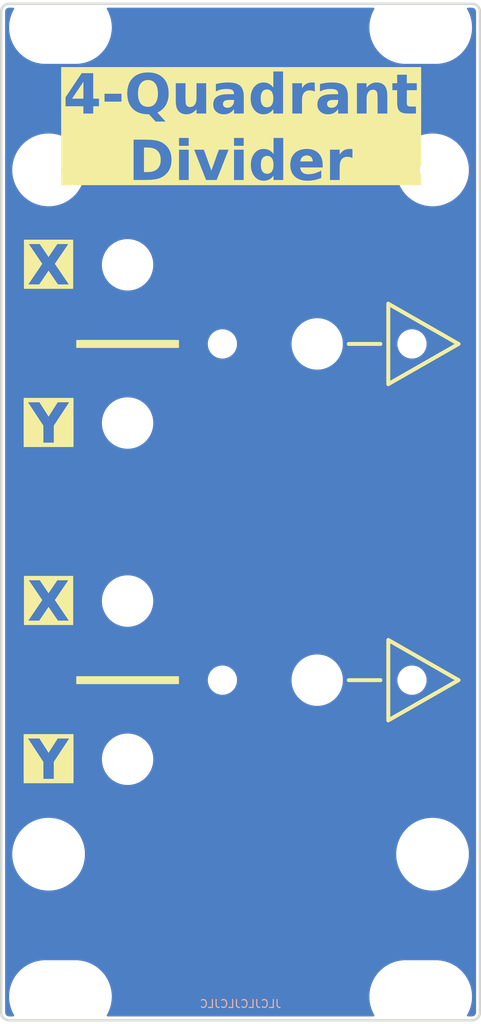
<source format=kicad_pcb>
(kicad_pcb (version 20240108) (generator "pcbnew") (generator_version "8.0")
  (layers (0 "F.Cu" signal) (31 "B.Cu" signal) (34 "B.Paste" user) (35 "F.Paste" user) (36 "B.SilkS" user "B.Silkscreen") (37 "F.SilkS" user "F.Silkscreen") (38 "B.Mask" user) (39 "F.Mask" user) (44 "Edge.Cuts" user))
  (net 0 "")
  (footprint "analog_computing:3.2x7mm_Mounting_Slot" (layer "F.Cu") (at 103.9 53.8)
    (property "Reference" "H5" (hide yes))
    (property "Value" "Rack Mount" (hide yes))
    (pad "" np_thru_hole oval (at 0 0) (size 7 3.2) (drill oval 7 3.2) (layers "F&B.Cu" "*.Mask"))
  )
  (footprint "MountingHole:MountingHole_6mm" (layer "F.Cu") (at 90.8 93.8)
    (property "Reference" "H15" (hide yes))
    (property "Value" "MountingHole")
    (pad "" np_thru_hole circle (at 0 0) (size 6 6) (drill 6) (layers "*.Cu" "*.Mask"))
  )
  (footprint "analog_computing:3.2x7mm_Mounting_Slot" (layer "F.Cu") (at 103.9 176.3)
    (property "Reference" "H10" (hide yes))
    (property "Value" "Rack Mount" (hide yes))
    (pad "" np_thru_hole oval (at 0 0) (size 7 3.2) (drill oval 7 3.2) (layers "F&B.Cu" "*.Mask"))
  )
  (footprint "analog_computing:3.2x7mm_Mounting_Slot" (layer "F.Cu") (at 58.3 53.8)
    (property "Reference" "H2" (hide yes))
    (property "Value" "Rack Mount" (hide yes))
    (pad "" np_thru_hole oval (at 0 0) (size 7 3.2) (drill oval 7 3.2) (layers "F&B.Cu" "*.Mask"))
  )
  (footprint "MountingHole:MountingHole_3.2mm_M3" (layer "F.Cu") (at 105.4 71.8)
    (property "Reference" "H3" (hide yes))
    (property "Value" "Circuit Mount")
    (pad "" np_thru_hole circle (at 0 0) (size 3.2 3.2) (drill 3.2) (layers "*.Cu" "*.Mask"))
  )
  (footprint "MountingHole:MountingHole_6mm" (layer "F.Cu") (at 90.8 136.3)
    (property "Reference" "H18" (hide yes))
    (property "Value" "MountingHole")
    (pad "" np_thru_hole circle (at 0 0) (size 6 6) (drill 6) (layers "*.Cu" "*.Mask"))
  )
  (footprint "MountingHole:MountingHole_6mm" (layer "F.Cu") (at 66.8 103.8)
    (property "Reference" "H14" (hide yes))
    (property "Value" "MountingHole")
    (pad "" np_thru_hole circle (at 0 0) (size 6 6) (drill 6) (layers "*.Cu" "*.Mask"))
  )
  (footprint "MountingHole:MountingHole_6mm" (layer "F.Cu") (at 66.8 146.3)
    (property "Reference" "H17" (hide yes))
    (property "Value" "MountingHole")
    (pad "" np_thru_hole circle (at 0 0) (size 6 6) (drill 6) (layers "*.Cu" "*.Mask"))
  )
  (footprint "MountingHole:MountingHole_6mm" (layer "F.Cu") (at 66.8 126.3)
    (property "Reference" "H16" (hide yes))
    (property "Value" "MountingHole")
    (pad "" np_thru_hole circle (at 0 0) (size 6 6) (drill 6) (layers "*.Cu" "*.Mask"))
  )
  (footprint "analog_computing:3.2x7mm_Mounting_Slot" (layer "F.Cu") (at 58.3 176.3)
    (property "Reference" "H7" (hide yes))
    (property "Value" "Rack Mount" (hide yes))
    (pad "" np_thru_hole oval (at 0 0) (size 7 3.2) (drill oval 7 3.2) (layers "F&B.Cu" "*.Mask"))
  )
  (footprint "MountingHole:MountingHole_3.2mm_M3" (layer "F.Cu") (at 56.8 71.8)
    (property "Reference" "H1" (hide yes))
    (property "Value" "Circuit Mount")
    (pad "" np_thru_hole circle (at 0 0) (size 3.2 3.2) (drill 3.2) (layers "*.Cu" "*.Mask"))
  )
  (footprint "MountingHole:MountingHole_3.2mm_M3" (layer "F.Cu") (at 102.8 93.8)
    (property "Reference" "H4" (hide yes))
    (property "Value" "X1/Y1_Indicator")
    (pad "" np_thru_hole circle (at 0 0) (size 3.2 3.2) (drill 3.2) (layers "*.Cu" "*.Mask"))
  )
  (footprint "MountingHole:MountingHole_6mm" (layer "F.Cu") (at 66.8 83.8)
    (property "Reference" "H13" (hide yes))
    (property "Value" "MountingHole")
    (pad "" np_thru_hole circle (at 0 0) (size 6 6) (drill 6) (layers "*.Cu" "*.Mask"))
  )
  (footprint "MountingHole:MountingHole_3.2mm_M3" (layer "F.Cu") (at 78.8 136.3)
    (property "Reference" "H12" (hide yes))
    (property "Value" "X2/Y2_Error")
    (pad "" np_thru_hole circle (at 0 0) (size 3.2 3.2) (drill 3.2) (layers "*.Cu" "*.Mask"))
  )
  (footprint "MountingHole:MountingHole_3.2mm_M3" (layer "F.Cu") (at 78.8 93.8)
    (property "Reference" "H9" (hide yes))
    (property "Value" "X1/Y1_Error")
    (pad "" np_thru_hole circle (at 0 0) (size 3.2 3.2) (drill 3.2) (layers "*.Cu" "*.Mask"))
  )
  (footprint "MountingHole:MountingHole_3.2mm_M3" (layer "F.Cu") (at 56.8 158.3)
    (property "Reference" "H8" (hide yes))
    (property "Value" "Circuit Mount")
    (pad "" np_thru_hole circle (at 0 0) (size 3.2 3.2) (drill 3.2) (layers "*.Cu" "*.Mask"))
  )
  (footprint "MountingHole:MountingHole_3.2mm_M3" (layer "F.Cu") (at 102.8 136.3)
    (property "Reference" "H11" (hide yes))
    (property "Value" "X2/Y2_Indicator")
    (pad "" np_thru_hole circle (at 0 0) (size 3.2 3.2) (drill 3.2) (layers "*.Cu" "*.Mask"))
  )
  (footprint "MountingHole:MountingHole_3.2mm_M3" (layer "F.Cu") (at 105.4 158.3)
    (property "Reference" "H6" (hide yes))
    (property "Value" "Circuit Mount")
    (pad "" np_thru_hole circle (at 0 0) (size 3.2 3.2) (drill 3.2) (layers "*.Cu" "*.Mask"))
  )
  (gr_line (start 99.8 88.72) (end 99.8 98.88) (stroke (width 0.5)) (layer "F.SilkS"))
  (gr_line (start 94.8 93.8) (end 98.8 93.8) (stroke (width 0.5)) (layer "F.SilkS"))
  (gr_line (start 72.8 93.8) (end 60.8 93.8) (stroke (width 1)) (layer "F.SilkS"))
  (gr_rect (start 60.3 135.8) (end 73.3 136.8) (fill solid) (layer "F.SilkS"))
  (gr_line (start 108.69 93.8) (end 99.8 88.72) (stroke (width 0.5)) (layer "F.SilkS"))
  (gr_line (start 99.8 141.38) (end 108.69 136.3) (stroke (width 0.5)) (layer "F.SilkS"))
  (gr_rect (start 60.3 93.3) (end 73.3 94.3) (fill solid) (layer "F.SilkS"))
  (gr_line (start 94.8 136.3) (end 98.8 136.3) (stroke (width 0.5)) (layer "F.SilkS"))
  (gr_line (start 72.8 136.3) (end 60.8 136.3) (stroke (width 0.5)) (layer "F.SilkS"))
  (gr_line (start 99.8 98.88) (end 108.69 93.8) (stroke (width 0.5)) (layer "F.SilkS"))
  (gr_line (start 108.69 136.3) (end 99.8 131.22) (stroke (width 0.5)) (layer "F.SilkS"))
  (gr_line (start 99.8 131.22) (end 99.8 141.38) (stroke (width 0.5)) (layer "F.SilkS"))
  (gr_arc (start 50.8 51.8) (mid 51.092893 51.092893) (end 51.8 50.8) (stroke (width 0.3)) (layer "Edge.Cuts"))
  (gr_arc (start 111.4 178.3) (mid 111.107107 179.007107) (end 110.4 179.3) (stroke (width 0.3)) (layer "Edge.Cuts"))
  (gr_line (start 110.4 50.8) (end 51.8 50.8) (stroke (width 0.3)) (layer "Edge.Cuts"))
  (gr_line (start 50.8 51.8) (end 50.8 178.3) (stroke (width 0.3)) (layer "Edge.Cuts"))
  (gr_arc (start 110.4 50.8) (mid 111.107107 51.092893) (end 111.4 51.8) (stroke (width 0.3)) (layer "Edge.Cuts"))
  (gr_line (start 51.8 179.3) (end 110.4 179.3) (stroke (width 0.3)) (layer "Edge.Cuts"))
  (gr_arc (start 51.8 179.3) (mid 51.092893 179.007107) (end 50.8 178.3) (stroke (width 0.3)) (layer "Edge.Cuts"))
  (gr_line (start 111.4 178.3) (end 111.4 51.8) (stroke (width 0.3)) (layer "Edge.Cuts"))
  (gr_text "JLCJLCJLCJLC" (at 81.1 177.8 0) (layer "B.SilkS") (effects (font (size 1 1)) (justify bottom mirror)))
  (gr_text "4-Quadrant\nDivider" (at 81.1 66.8 0) (layer "F.SilkS" knockout) (effects (font (size 5 5) (thickness 1) (bold yes))))
  (gr_text "X" (at 56.8 126.7 0) (layer "F.SilkS" knockout) (effects (font (size 5 5) (thickness 1) (bold yes))))
  (gr_text "Y" (at 56.8 146.7 0) (layer "F.SilkS" knockout) (effects (font (size 5 5) (thickness 1) (bold yes))))
  (gr_text "X" (at 56.8 84.2 0) (layer "F.SilkS" knockout) (effects (font (size 5 5) (thickness 1) (bold yes))))
  (gr_text "Y" (at 56.8 104.2 0) (layer "F.SilkS" knockout) (effects (font (size 5 5) (thickness 1) (bold yes))))
  (zone (net 0) (net_name "") (layers "F&B.Cu") (connect_pads (clearance 0.5)) (min_thickness 0.25) (fill yes (thermal_gap 0.5) (thermal_bridge_width 0.5) (island_removal_mode 1) (island_area_min 10))
    (polygon (pts (xy 50.8 50.8) (xy 111.4 50.8) (xy 111.4 179.3) (xy 50.8 179.3)))
  )
)
</source>
